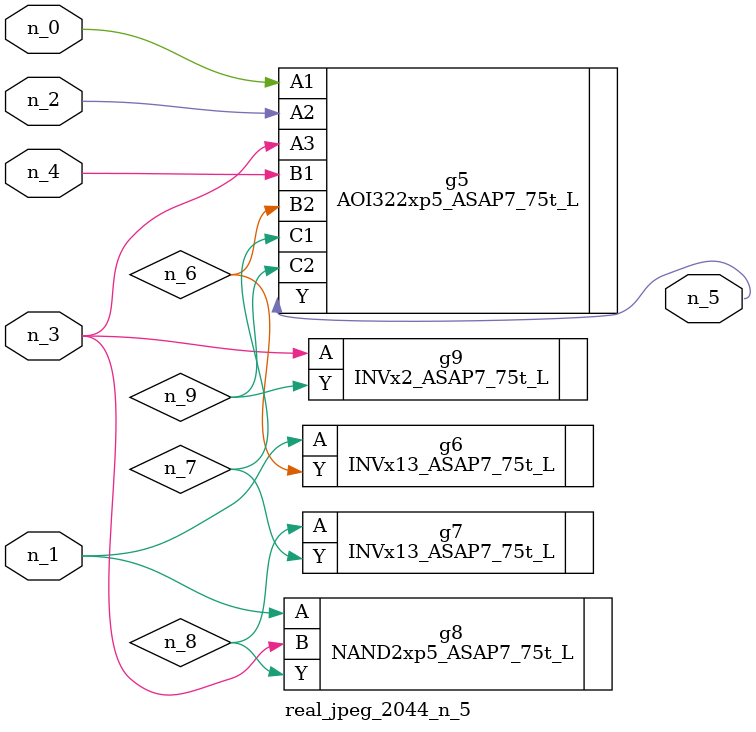
<source format=v>
module real_jpeg_2044_n_5 (n_4, n_0, n_1, n_2, n_3, n_5);

input n_4;
input n_0;
input n_1;
input n_2;
input n_3;

output n_5;

wire n_8;
wire n_6;
wire n_7;
wire n_9;

AOI322xp5_ASAP7_75t_L g5 ( 
.A1(n_0),
.A2(n_2),
.A3(n_3),
.B1(n_4),
.B2(n_6),
.C1(n_7),
.C2(n_9),
.Y(n_5)
);

INVx13_ASAP7_75t_L g6 ( 
.A(n_1),
.Y(n_6)
);

NAND2xp5_ASAP7_75t_L g8 ( 
.A(n_1),
.B(n_3),
.Y(n_8)
);

INVx2_ASAP7_75t_L g9 ( 
.A(n_3),
.Y(n_9)
);

INVx13_ASAP7_75t_L g7 ( 
.A(n_8),
.Y(n_7)
);


endmodule
</source>
